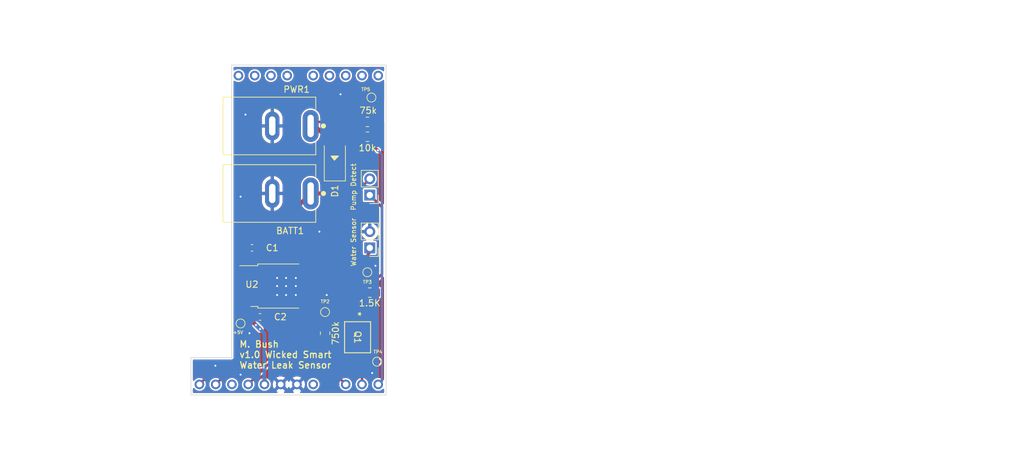
<source format=kicad_pcb>
(kicad_pcb (version 20221018) (generator pcbnew)
  (layers (0 "F.Cu" signal) (31 "B.Cu" signal) (34 "B.Paste" user) (35 "F.Paste" user) (36 "B.SilkS" user "B.Silkscreen") (37 "F.SilkS" user "F.Silkscreen") (38 "B.Mask" user) (39 "F.Mask" user) (44 "Edge.Cuts" user))
  (net 0 "")
  (net 1 "Net-(R1-Pad1)")
  (net 2 "Net-(U1-P2_P0.14_VCOM2_RTS)")
  (net 4 "+BATT")
  (net 8 "GND")
  (net 9 "+12V")
  (net 10 "Net-(PD1-Pin_1)")
  (net 11 "Net-(PD1-Pin_2)")
  (net 12 "Net-(Q1-Pad1)")
  (net 13 "PumpDetect")
  (net 14 "PowerDetect")
  (net 15 "+5V")
  (footprint "Package_TO_SOT_SMD:TO-252-2" (layer "F.Cu") (at 117.89 88.52)
    (fp_text reference "U2" (at -4.225 -0.255) (layer "F.SilkS"))
    (fp_text value "BD50FC0FP")
    (fp_line (start -3.31 -3.45) (end -3.31 -3.18) (stroke (width 0.12)) (layer "F.SilkS"))
    (fp_line (start -3.31 -3.18) (end -6.14 -3.18) (stroke (width 0.12)) (layer "F.SilkS"))
    (fp_line (start -3.31 3.18) (end -4.41 3.18) (stroke (width 0.12)) (layer "F.SilkS"))
    (fp_line (start -3.31 3.45) (end -3.31 3.18) (stroke (width 0.12)) (layer "F.SilkS"))
    (fp_line (start 3.11 -3.45) (end -3.31 -3.45) (stroke (width 0.12)) (layer "F.SilkS"))
    (fp_line (start 3.11 3.45) (end -3.31 3.45) (stroke (width 0.12)) (layer "F.SilkS"))
    (pad "1" smd roundrect (at -5.04 -2.28) (size 2.2 1.2) (layers "F.Cu" "F.Paste" "F.Mask") (roundrect_rratio 0.208333) (net 4 "+BATT"))
    (pad "2" smd roundrect (at -0.415 -1.525) (size 3.05 2.75) (layers "F.Cu" "F.Paste") (roundrect_rratio 0.090909) (net 8 "GND"))
    (pad "2" smd roundrect (at -0.415 1.525) (size 3.05 2.75) (layers "F.Cu" "F.Paste") (roundrect_rratio 0.090909) (net 8 "GND"))
    (pad "2" smd roundrect (at 1.26 0) (size 6.4 5.8) (layers "F.Cu" "F.Mask") (roundrect_rratio 0.043103) (net 8 "GND"))
    (pad "2" smd roundrect (at 2.935 -1.525) (size 3.05 2.75) (layers "F.Cu" "F.Paste") (roundrect_rratio 0.090909) (net 8 "GND"))
    (pad "2" smd roundrect (at 2.935 1.525) (size 3.05 2.75) (layers "F.Cu" "F.Paste") (roundrect_rratio 0.090909) (net 8 "GND"))
    (pad "3" smd roundrect (at -5.04 2.28) (size 2.2 1.2) (layers "F.Cu" "F.Paste" "F.Mask") (roundrect_rratio 0.208333) (net 15 "+5V"))
  )
  (footprint "Resistor_SMD:R_0805_2012Metric_Pad1.20x1.40mm_HandSolder" (layer "F.Cu") (at 131.715 62.865)
    (fp_text reference "R2" hide)
    (fp_text value "75k" (at 0.111 -1.778) (layer "F.SilkS"))
    (fp_line (start -0.227064 -0.735) (end 0.227064 -0.735) (stroke (width 0.12)) (layer "F.SilkS"))
    (fp_line (start -0.227064 0.735) (end 0.227064 0.735) (stroke (width 0.12)) (layer "F.SilkS"))
    (pad "1" smd roundrect (at -1 0) (size 1.2 1.4) (layers "F.Cu" "F.Paste" "F.Mask") (roundrect_rratio 0.208333) (net 9 "+12V"))
    (pad "2" smd roundrect (at 1 0) (size 1.2 1.4) (layers "F.Cu" "F.Paste" "F.Mask") (roundrect_rratio 0.208333) (net 14 "PowerDetect"))
  )
  (footprint "TestPoint:TestPoint_Pad_D1.0mm" (layer "F.Cu") (at 131.699 86.36)
    (fp_text reference "TP3" (at 0 1.524) (layer "F.SilkS") (effects (font (size 0.508 0.508) (thickness 0.1016) bold)))
    (fp_text value "TestPoint")
    (fp_circle (center 0 0) (end 0 0.7) (stroke (width 0.12)) (fill none) (layer "F.SilkS"))
    (pad "1" smd circle (at 0 0) (size 1 1) (layers "F.Cu" "F.Mask") (net 10 "Net-(PD1-Pin_1)"))
  )
  (footprint "footprints:WL-OCPT_SOP4_WRE" (layer "F.Cu") (at 130.175 96.52 -90)
    (fp_text reference "Q1" (at 0 0 -90 unlocked) (layer "F.SilkS"))
    (fp_text value "140357145200")
    (fp_text user "*" (at -3.6449 0 -90 unlocked) (layer "F.SilkS"))
    (fp_line (start -2.4257 -2.032) (end -2.4257 2.032) (stroke (width 0.1524)) (layer "F.SilkS"))
    (fp_line (start -2.4257 2.032) (end 2.4257 2.032) (stroke (width 0.1524)) (layer "F.SilkS"))
    (fp_line (start 2.4257 -2.032) (end -2.4257 -2.032) (stroke (width 0.1524)) (layer "F.SilkS"))
    (fp_line (start 2.4257 2.032) (end 2.4257 -2.032) (stroke (width 0.1524)) (layer "F.SilkS"))
    (pad "1" smd rect (at -3.3909 -1.27 270) (size 1.2192 0.4572) (layers "F.Cu" "F.Paste" "F.Mask") (net 12 "Net-(Q1-Pad1)"))
    (pad "2" smd rect (at -3.3909 1.27 270) (size 1.2192 0.4572) (layers "F.Cu" "F.Paste" "F.Mask") (net 11 "Net-(PD1-Pin_2)"))
    (pad "3" smd rect (at 3.3909 1.27 270) (size 1.2192 0.4572) (layers "F.Cu" "F.Paste" "F.Mask") (net 8 "GND"))
    (pad "4" smd rect (at 3.3909 -1.27 270) (size 1.2192 0.4572) (layers "F.Cu" "F.Paste" "F.Mask") (net 13 "PumpDetect"))
  )
  (footprint "NRF9160-DK:MODULE_NRF9160-DK" (layer "F.Cu") (at 77.5208 48.007)
    (fp_text reference "U1" hide)
    (fp_text value "NRF9160-DK" hide)
    (pad "P1_1" thru_hole circle (at 27.94 55.879) (size 1.5 1.5) (drill 0.9) (layers "*.Cu" "*.Mask") (net 1 "Net-(R1-Pad1)"))
    (pad "P1_2" thru_hole circle (at 30.48 55.879) (size 1.5 1.5) (drill 0.9) (layers "*.Cu" "*.Mask") (net 1 "Net-(R1-Pad1)"))
    (pad "P1_3" thru_hole circle (at 33.02 55.879) (size 1.5 1.5) (drill 0.9) (layers "*.Cu" "*.Mask"))
    (pad "P1_4" thru_hole circle (at 35.56 55.879) (size 1.5 1.5) (drill 0.9) (layers "*.Cu" "*.Mask") (net 1 "Net-(R1-Pad1)"))
    (pad "P1_5" thru_hole circle (at 38.1 55.879) (size 1.5 1.5) (drill 0.9) (layers "*.Cu" "*.Mask") (net 15 "+5V"))
    (pad "P1_6" thru_hole circle (at 40.64 55.879) (size 1.5 1.5) (drill 0.9) (layers "*.Cu" "*.Mask") (net 8 "GND"))
    (pad "P1_7" thru_hole circle (at 43.18 55.879) (size 1.5 1.5) (drill 0.9) (layers "*.Cu" "*.Mask") (net 8 "GND"))
    (pad "P1_8" thru_hole circle (at 45.72 55.879) (size 1.5 1.5) (drill 0.9) (layers "*.Cu" "*.Mask"))
    (pad "P2_1" thru_hole circle (at 50.8 55.879) (size 1.5 1.5) (drill 0.9) (layers "*.Cu" "*.Mask") (net 2 "Net-(U1-P2_P0.14_VCOM2_RTS)"))
    (pad "P2_2" thru_hole circle (at 53.34 55.879) (size 1.5 1.5) (drill 0.9) (layers "*.Cu" "*.Mask") (net 13 "PumpDetect"))
    (pad "P2_3" thru_hole circle (at 55.88 55.879) (size 1.5 1.5) (drill 0.9) (layers "*.Cu" "*.Mask") (net 14 "PowerDetect"))
    (pad "P3_4" thru_hole circle (at 55.88 7.619) (size 1.5 1.5) (drill 0.9) (layers "*.Cu" "*.Mask"))
    (pad "P3_5" thru_hole circle (at 53.34 7.619) (size 1.5 1.5) (drill 0.9) (layers "*.Cu" "*.Mask"))
    (pad "P3_6" thru_hole circle (at 50.8 7.619) (size 1.5 1.5) (drill 0.9) (layers "*.Cu" "*.Mask"))
    (pad "P3_7" thru_hole circle (at 48.26 7.619) (size 1.5 1.5) (drill 0.9) (layers "*.Cu" "*.Mask"))
    (pad "P3_8" thru_hole circle (at 45.72 7.619) (size 1.5 1.5) (drill 0.9) (layers "*.Cu" "*.Mask"))
    (pad "P4_1" thru_hole circle (at 41.656 7.619) (size 1.5 1.5) (drill 0.9) (layers "*.Cu" "*.Mask"))
    (pad "P4_2" thru_hole circle (at 39.116 7.619) (size 1.5 1.5) (drill 0.9) (layers "*.Cu" "*.Mask"))
    (pad "P4_3" thru_hole circle (at 36.576 7.619) (size 1.5 1.5) (drill 0.9) (layers "*.Cu" "*.Mask"))
    (pad "P4_4" thru_hole circle (at 34.036 7.619) (size 1.5 1.5) (drill 0.9) (layers "*.Cu" "*.Mask"))
  )
  (footprint "TestPoint:TestPoint_Pad_D1.0mm" (layer "F.Cu") (at 111.887 94.361)
    (fp_text reference "TP1" hide)
    (fp_text value "TestPoint")
    (fp_text user "+5V" (at -0.381 1.397 unlocked) (layer "F.SilkS") (effects (font (size 0.508 0.508) (thickness 0.1016) bold)))
    (fp_circle (center 0 0) (end 0 0.7) (stroke (width 0.12)) (fill none) (layer "F.SilkS"))
    (pad "1" smd circle (at 0 0) (size 1 1) (layers "F.Cu" "F.Mask") (net 15 "+5V"))
  )
  (footprint "PJ-037A:CUI_PJ-037A" (layer "F.Cu") (at 122.84 74.05 180)
    (fp_text reference "BATT1" (at 3.206 -5.833) (layer "F.SilkS") (effects (font (size 1.000913 1.000913))))
    (fp_text value "PJ-037A")
    (fp_line (start -0.8 -4.5) (end 13.7 -4.5) (stroke (width 0.127)) (layer "F.SilkS"))
    (fp_line (start -0.8 -2.55) (end -0.8 -4.5) (stroke (width 0.127)) (layer "F.SilkS"))
    (fp_line (start -0.8 4.5) (end -0.8 2.65) (stroke (width 0.127)) (layer "F.SilkS"))
    (fp_line (start 13.7 -4.5) (end 13.7 4.5) (stroke (width 0.127)) (layer "F.SilkS"))
    (fp_line (start 13.7 4.5) (end -0.8 4.5) (stroke (width 0.127)) (layer "F.SilkS"))
    (fp_circle (center -2 0) (end -1.8 0) (stroke (width 0.4)) (fill none) (layer "F.SilkS"))
    (pad "1" thru_hole oval (at 0 0 180) (size 2.5 5) (drill oval 1 3.5) (layers "*.Cu" "*.Mask") (net 4 "+BATT"))
    (pad "2" thru_hole oval (at 6 0 180) (size 2.25 4.5) (drill oval 1 3) (layers "*.Cu" "*.Mask") (net 8 "GND"))
  )
  (footprint "Diode_SMD:D_SMA" (layer "F.Cu") (at 126.619 68.58 90)
    (fp_text reference "D1" (at -5.08 0 90) (layer "F.SilkS"))
    (fp_text value "US1G")
    (fp_line (start -3.51 -1.65) (end -3.51 1.65) (stroke (width 0.12)) (layer "F.SilkS"))
    (fp_line (start -3.51 -1.65) (end 2 -1.65) (stroke (width 0.12)) (layer "F.SilkS"))
    (fp_line (start -3.51 1.65) (end 2 1.65) (stroke (width 0.12)) (layer "F.SilkS"))
    (pad "1" smd roundrect (at -2 0 90) (size 2.5 1.8) (layers "F.Cu" "F.Paste" "F.Mask") (roundrect_rratio 0.1388888889) (net 4 "+BATT"))
    (pad "2" smd roundrect (at 2 0 90) (size 2.5 1.8) (layers "F.Cu" "F.Paste" "F.Mask") (roundrect_rratio 0.1388888889) (net 9 "+12V"))
  )
  (footprint "TestPoint:TestPoint_Pad_D1.0mm" (layer "F.Cu") (at 125.095 92.583)
    (fp_text reference "TP2" (at 0 -1.645) (layer "F.SilkS") (effects (font (size 0.508 0.508) (thickness 0.1016) bold)))
    (fp_text value "TestPoint")
    (fp_circle (center 0 0) (end 0 0.7) (stroke (width 0.12)) (fill none) (layer "F.SilkS"))
    (pad "1" smd circle (at 0 0) (size 1 1) (layers "F.Cu" "F.Mask") (net 2 "Net-(U1-P2_P0.14_VCOM2_RTS)"))
  )
  (footprint "TestPoint:TestPoint_Pad_D1.0mm" (layer "F.Cu") (at 132.334 59.055)
    (fp_text reference "TP5" (at -0.889 -1.27) (layer "F.SilkS") (effects (font (size 0.508 0.508) (thickness 0.1016) bold)))
    (fp_text value "TestPoint")
    (fp_circle (center 0 0) (end 0 0.7) (stroke (width 0.12)) (fill none) (layer "F.SilkS"))
    (pad "1" smd circle (at 0 0) (size 1 1) (layers "F.Cu" "F.Mask") (net 14 "PowerDetect"))
  )
  (footprint "Resistor_SMD:R_0805_2012Metric_Pad1.20x1.40mm_HandSolder" (layer "F.Cu") (at 132.08 89.535)
    (fp_text reference "R4" hide)
    (fp_text value "1.5K" (at 0 1.65) (layer "F.SilkS"))
    (fp_line (start -0.227064 -0.735) (end 0.227064 -0.735) (stroke (width 0.12)) (layer "F.SilkS"))
    (fp_line (start -0.227064 0.735) (end 0.227064 0.735) (stroke (width 0.12)) (layer "F.SilkS"))
    (pad "1" smd roundrect (at -1 0) (size 1.2 1.4) (layers "F.Cu" "F.Paste" "F.Mask") (roundrect_rratio 0.208333) (net 10 "Net-(PD1-Pin_1)"))
    (pad "2" smd roundrect (at 1 0) (size 1.2 1.4) (layers "F.Cu" "F.Paste" "F.Mask") (roundrect_rratio 0.208333) (net 12 "Net-(Q1-Pad1)"))
  )
  (footprint "Capacitor_SMD:C_0603_1608Metric_Pad1.08x0.95mm_HandSolder" (layer "F.Cu") (at 114.935 93.345)
    (fp_text reference "C2" (at 3.175 0) (layer "F.SilkS"))
    (fp_text value "1uF")
    (fp_line (start -0.146267 -0.51) (end 0.146267 -0.51) (stroke (width 0.12)) (layer "F.SilkS"))
    (fp_line (start -0.146267 0.51) (end 0.146267 0.51) (stroke (width 0.12)) (layer "F.SilkS"))
    (pad "1" smd roundrect (at -0.8625 0) (size 1.075 0.95) (layers "F.Cu" "F.Paste" "F.Mask") (net 15 "+5V"))
    (pad "2" smd roundrect (at 0.8625 0) (size 1.075 0.95) (layers "F.Cu" "F.Paste" "F.Mask") (net 8 "GND"))
  )
  (footprint "Connector_PinHeader_2.54mm:PinHeader_1x02_P2.54mm_Vertical" (layer "F.Cu") (at 132.08 82.55 180)
    (fp_text reference "WS1" hide)
    (fp_text value "Conn_01x02" hide)
    (fp_text user "Water Sensor" (at 2.54 0.889 90 unlocked) (layer "F.SilkS") (effects (font (size 0.762 0.762) (thickness 0.127) bold)))
    (fp_line (start -1.33 -1.33) (end 0 -1.33) (stroke (width 0.12)) (layer "F.SilkS"))
    (fp_line (start -1.33 0) (end -1.33 -1.33) (stroke (width 0.12)) (layer "F.SilkS"))
    (fp_line (start -1.33 1.27) (end -1.33 3.87) (stroke (width 0.12)) (layer "F.SilkS"))
    (fp_line (start -1.33 1.27) (end 1.33 1.27) (stroke (width 0.12)) (layer "F.SilkS"))
    (fp_line (start -1.33 3.87) (end 1.33 3.87) (stroke (width 0.12)) (layer "F.SilkS"))
    (fp_line (start 1.33 1.27) (end 1.33 3.87) (stroke (width 0.12)) (layer "F.SilkS"))
    (pad "1" thru_hole rect (at 0 0 180) (size 1.7 1.7) (drill 1) (layers "*.Cu" "*.Mask") (net 2 "Net-(U1-P2_P0.14_VCOM2_RTS)"))
    (pad "2" thru_hole oval (at 0 2.54 180) (size 1.7 1.7) (drill 1) (layers "*.Cu" "*.Mask") (net 8 "GND"))
  )
  (footprint "Capacitor_SMD:C_0603_1608Metric_Pad1.08x0.95mm_HandSolder" (layer "F.Cu") (at 113.665 82.55)
    (fp_text reference "C1" (at 3.175 0) (layer "F.SilkS"))
    (fp_text value "1uF")
    (fp_line (start -0.146267 -0.51) (end 0.146267 -0.51) (stroke (width 0.12)) (layer "F.SilkS"))
    (fp_line (start -0.146267 0.51) (end 0.146267 0.51) (stroke (width 0.12)) (layer "F.SilkS"))
    (pad "1" smd roundrect (at -0.8625 0) (size 1.075 0.95) (layers "F.Cu" "F.Paste" "F.Mask") (net 4 "+BATT"))
    (pad "2" smd roundrect (at 0.8625 0) (size 1.075 0.95) (layers "F.Cu" "F.Paste" "F.Mask") (net 8 "GND"))
  )
  (footprint "Resistor_SMD:R_0805_2012Metric_Pad1.20x1.40mm_HandSolder" (layer "F.Cu") (at 125.095 95.885 90)
    (fp_text reference "R1" hide)
    (fp_text value "750k" (at 0 1.65 90) (layer "F.SilkS"))
    (fp_line (start -0.227064 -0.735) (end 0.227064 -0.735) (stroke (width 0.12)) (layer "F.SilkS"))
    (fp_line (start -0.227064 0.735) (end 0.227064 0.735) (stroke (width 0.12)) (layer "F.SilkS"))
    (pad "1" smd roundrect (at -1 0 90) (size 1.2 1.4) (layers "F.Cu" "F.Paste" "F.Mask") (roundrect_rratio 0.2083333333) (net 1 "Net-(R1-Pad1)"))
    (pad "2" smd roundrect (at 1 0 90) (size 1.2 1.4) (layers "F.Cu" "F.Paste" "F.Mask") (roundrect_rratio 0.2083333333) (net 2 "Net-(U1-P2_P0.14_VCOM2_RTS)"))
  )
  (footprint "PJ-037A:CUI_PJ-037A" (layer "F.Cu") (at 122.84 63.5 180)
    (fp_text reference "PWR1" (at 2.19 5.715 180) (layer "F.SilkS") (effects (font (size 1.000913 1.000913))))
    (fp_text value "PJ-037A")
    (fp_line (start -0.8 -4.5) (end 13.7 -4.5) (stroke (width 0.127)) (layer "F.SilkS"))
    (fp_line (start -0.8 -2.55) (end -0.8 -4.5) (stroke (width 0.127)) (layer "F.SilkS"))
    (fp_line (start -0.8 4.5) (end -0.8 2.65) (stroke (width 0.127)) (layer "F.SilkS"))
    (fp_line (start 13.7 -4.5) (end 13.7 4.5) (stroke (width 0.127)) (layer "F.SilkS"))
    (fp_line (start 13.7 4.5) (end -0.8 4.5) (stroke (width 0.127)) (layer "F.SilkS"))
    (fp_circle (center -2 0) (end -1.8 0) (stroke (width 0.4)) (fill none) (layer "F.SilkS"))
    (pad "1" thru_hole oval (at 0 0 180) (size 2.5 5) (drill oval 1 3.5) (layers "*.Cu" "*.Mask") (net 9 "+12V"))
    (pad "2" thru_hole oval (at 6 0 180) (size 2.25 4.5) (drill oval 1 3) (layers "*.Cu" "*.Mask") (net 8 "GND"))
  )
  (footprint "TestPoint:TestPoint_Pad_D1.0mm" (layer "F.Cu") (at 133.223 100.33)
    (fp_text reference "TP4" (at 0.127 -1.524) (layer "F.SilkS") (effects (font (size 0.508 0.508) (thickness 0.1016) bold)))
    (fp_text value "TestPoint")
    (fp_circle (center 0 0) (end 0 0.7) (stroke (width 0.12)) (fill none) (layer "F.SilkS"))
    (pad "1" smd circle (at 0 0) (size 1 1) (layers "F.Cu" "F.Mask") (net 13 "PumpDetect"))
  )
  (footprint "Resistor_SMD:R_0805_2012Metric_Pad1.20x1.40mm_HandSolder" (layer "F.Cu") (at 131.715 65.18 180)
    (fp_text reference "R3" hide)
    (fp_text value "10k" (at 0 -1.749) (layer "F.SilkS"))
    (fp_line (start -0.227064 -0.735) (end 0.227064 -0.735) (stroke (width 0.12)) (layer "F.SilkS"))
    (fp_line (start -0.227064 0.735) (end 0.227064 0.735) (stroke (width 0.12)) (layer "F.SilkS"))
    (pad "1" smd roundrect (at -1 0 180) (size 1.2 1.4) (layers "F.Cu" "F.Paste" "F.Mask") (roundrect_rratio 0.208333) (net 14 "PowerDetect"))
    (pad "2" smd roundrect (at 1 0 180) (size 1.2 1.4) (layers "F.Cu" "F.Paste" "F.Mask") (roundrect_rratio 0.208333) (net 8 "GND"))
  )
  (footprint "Connector_PinHeader_2.54mm:PinHeader_1x02_P2.54mm_Vertical" (layer "F.Cu") (at 132.08 74.3 180)
    (fp_text reference "PD1" hide)
    (fp_text value "Conn_01x02")
    (fp_text user "Pump Detect" (at 2.54 1.275 90 unlocked) (layer "F.SilkS") (effects (font (size 0.762 0.762) (thickness 0.127) bold)))
    (fp_line (start -1.33 -1.33) (end 0 -1.33) (stroke (width 0.12)) (layer "F.SilkS"))
    (fp_line (start -1.33 0) (end -1.33 -1.33) (stroke (width 0.12)) (layer "F.SilkS"))
    (fp_line (start -1.33 1.27) (end -1.33 3.87) (stroke (width 0.12)) (layer "F.SilkS"))
    (fp_line (start -1.33 1.27) (end 1.33 1.27) (stroke (width 0.12)) (layer "F.SilkS"))
    (fp_line (start -1.33 3.87) (end 1.33 3.87) (stroke (width 0.12)) (layer "F.SilkS"))
    (fp_line (start 1.33 1.27) (end 1.33 3.87) (stroke (width 0.12)) (layer "F.SilkS"))
    (pad "1" thru_hole rect (at 0 0 180) (size 1.7 1.7) (drill 1) (layers "*.Cu" "*.Mask") (net 10 "Net-(PD1-Pin_1)"))
    (pad "2" thru_hole oval (at 0 2.54 180) (size 1.7 1.7) (drill 1) (layers "*.Cu" "*.Mask") (net 11 "Net-(PD1-Pin_2)"))
  )
  (gr_poly (pts (xy 126.042854 68.199) (xy 127.185854 68.199) (xy 126.550854 68.834)) (stroke (width 0.15)) (fill solid) (layer "F.SilkS"))
  (gr_poly (pts (xy 104.14 105.537) (xy 134.62 105.537) (xy 134.62 53.975) (xy 110.49 53.975) (xy 110.49 99.695) (xy 104.14 99.695)) (stroke (width 0.1)) (fill none) (layer "Edge.Cuts"))
  (gr_text "M. Bush\nv1.0 Wicked Smart \nWater Leak Sensor " (at 111.633 101.473) (layer "F.SilkS") (effects (font (size 1.016 1.016) (thickness 0.1778) bold) (justify left bottom)))
  (segment (start 110.49 101.6) (end 115.3668 101.6) (width 0.381) (layer "F.Cu") (net 1))
  (segment (start 109.855 102.235) (end 110.49 101.6) (width 0.381) (layer "F.Cu") (net 1))
  (segment (start 108.0008 103.886) (end 109.6518 102.235) (width 0.381) (layer "F.Cu") (net 1))
  (segment (start 105.4608 103.886) (end 107.1118 102.235) (width 0.381) (layer "F.Cu") (net 1))
  (segment (start 125.095 99.06) (end 124.46 99.695) (width 0.381) (layer "F.Cu") (net 1))
  (segment (start 125.095 96.885) (end 125.095 99.06) (width 0.381) (layer "F.Cu") (net 1))
  (segment (start 115.4684 101.4984) (end 113.0808 103.886) (width 0.381) (layer "F.Cu") (net 1))
  (segment (start 124.46 99.695) (end 117.2718 99.695) (width 0.381) (layer "F.Cu") (net 1))
  (segment (start 107.1118 102.235) (end 109.855 102.235) (width 0.381) (layer "F.Cu") (net 1))
  (segment (start 115.3668 101.6) (end 115.4684 101.4984) (width 0.381) (layer "F.Cu") (net 1))
  (segment (start 109.6518 102.235) (end 109.855 102.235) (width 0.381) (layer "F.Cu") (net 1))
  (segment (start 117.2718 99.695) (end 115.4684 101.4984) (width 0.381) (layer "F.Cu") (net 1))
  (segment (start 127 102.5652) (end 127 95.885) (width 0.381) (layer "F.Cu") (net 2))
  (segment (start 126.635 94.885) (end 125.095 94.885) (width 0.381) (layer "F.Cu") (net 2))
  (segment (start 130.175 94.615) (end 129.54 95.25) (width 0.381) (layer "F.Cu") (net 2))
  (segment (start 127 95.885) (end 127.635 95.25) (width 0.381) (layer "F.Cu") (net 2))
  (segment (start 127 95.25) (end 126.635 94.885) (width 0.381) (layer "F.Cu") (net 2))
  (segment (start 130.175 91.44) (end 130.175 94.615) (width 0.381) (layer "F.Cu") (net 2))
  (segment (start 132.08 83.312) (end 129.54 85.852) (width 0.381) (layer "F.Cu") (net 2))
  (segment (start 132.08 82.55) (end 132.08 83.312) (width 0.381) (layer "F.Cu") (net 2))
  (segment (start 127.635 95.25) (end 127 95.25) (width 0.381) (layer "F.Cu") (net 2))
  (segment (start 128.3208 103.886) (end 127 102.5652) (width 0.381) (layer "F.Cu") (net 2))
  (segment (start 129.54 90.805) (end 130.175 91.44) (width 0.381) (layer "F.Cu") (net 2))
  (segment (start 129.54 85.852) (end 129.54 90.805) (width 0.381) (layer "F.Cu") (net 2))
  (segment (start 129.54 95.25) (end 127.635 95.25) (width 0.381) (layer "F.Cu") (net 2))
  (segment (start 113.665 80.01) (end 112.8025 80.8725) (width 0.635) (layer "F.Cu") (net 4))
  (segment (start 125.086 74.05) (end 122.84 74.05) (width 0.635) (layer "F.Cu") (net 4))
  (segment (start 126.619 72.517) (end 125.086 74.05) (width 0.635) (layer "F.Cu") (net 4))
  (segment (start 122.84 74.05) (end 116.88 80.01) (width 0.635) (layer "F.Cu") (net 4))
  (segment (start 126.619 70.58) (end 126.619 72.517) (width 0.635) (layer "F.Cu") (net 4))
  (segment (start 112.85 82.5975) (end 112.8025 82.55) (width 0.635) (layer "F.Cu") (net 4))
  (segment (start 112.85 86.24) (end 112.85 82.5975) (width 0.635) (layer "F.Cu") (net 4))
  (segment (start 112.8025 80.8725) (end 112.8025 82.55) (width 0.635) (layer "F.Cu") (net 4))
  (segment (start 116.88 80.01) (end 113.665 80.01) (width 0.635) (layer "F.Cu") (net 4))
  (via (at 113.284 95.885) (size 0.5) (drill 0.3) (layers "F.Cu" "B.Cu") (net 8))
  (via (at 118.999 89.916) (size 0.5) (drill 0.3) (layers "F.Cu" "B.Cu") (net 8))
  (via (at 117.602 87.249) (size 0.5) (drill 0.3) (layers "F.Cu" "B.Cu") (net 8))
  (via (at 117.602 89.916) (size 0.5) (drill 0.3) (layers "F.Cu" "B.Cu") (net 8))
  (via (at 117.602 88.519) (size 0.5) (drill 0.3) (layers "F.Cu" "B.Cu") (net 8))
  (via (at 120.523 87.249) (size 0.5) (drill 0.3) (layers "F.Cu" "B.Cu") (net 8))
  (via (at 132.969 85.344) (size 0.5) (drill 0.3) (layers "F.Cu" "B.Cu") (net 8))
  (via (at 125.349 89.916) (size 0.5) (drill 0.3) (layers "F.Cu" "B.Cu") (net 8))
  (via (at 118.999 87.249) (size 0.5) (drill 0.3) (layers "F.Cu" "B.Cu") (net 8))
  (via (at 120.523 88.519) (size 0.5) (drill 0.3) (layers "F.Cu" "B.Cu") (net 8))
  (via (at 111.887 102.362) (size 0.5) (drill 0.3) (layers "F.Cu" "B.Cu") (net 8))
  (via (at 107.95 100.965) (size 0.5) (drill 0.3) (layers "F.Cu" "B.Cu") (net 8))
  (via (at 111.887 74.549) (size 0.5) (drill 0.3) (layers "F.Cu" "B.Cu") (net 8))
  (via (at 118.999 88.519) (size 0.5) (drill 0.3) (layers "F.Cu" "B.Cu") (net 8))
  (via (at 132.461 102.108) (size 0.5) (drill 0.3) (layers "F.Cu" "B.Cu") (net 8))
  (via (at 124.206 80.01) (size 0.5) (drill 0.3) (layers "F.Cu" "B.Cu") (net 8))
  (via (at 120.523 89.916) (size 0.5) (drill 0.3) (layers "F.Cu" "B.Cu") (net 8))
  (via (at 112.649 61.722) (size 0.5) (drill 0.3) (layers "F.Cu" "B.Cu") (net 8))
  (via (at 127.508 58.547) (size 0.5) (drill 0.3) (layers "F.Cu" "B.Cu") (net 8))
  (segment (start 123.475 62.865) (end 122.84 63.5) (width 0.381) (layer "F.Cu") (net 9))
  (segment (start 123.539 63.5) (end 126.619 66.58) (width 0.635) (layer "F.Cu") (net 9))
  (segment (start 122.84 63.5) (end 123.539 63.5) (width 0.635) (layer "F.Cu") (net 9))
  (segment (start 130.715 62.865) (end 123.475 62.865) (width 0.381) (layer "F.Cu") (net 9))
  (segment (start 131.318 88.138) (end 132.461 88.138) (width 0.381) (layer "F.Cu") (net 10))
  (segment (start 131.08 89.535) (end 131.08 88.376) (width 0.381) (layer "F.Cu") (net 10))
  (segment (start 132.461 88.138) (end 133.985 86.614) (width 0.381) (layer "F.Cu") (net 10))
  (segment (start 131.08 88.376) (end 131.318 88.138) (width 0.381) (layer "F.Cu") (net 10))
  (segment (start 133.985 86.614) (end 133.985 76.205) (width 0.381) (layer "F.Cu") (net 10))
  (segment (start 133.985 76.205) (end 132.08 74.3) (width 0.381) (layer "F.Cu") (net 10))
  (segment (start 128.27 75.57) (end 128.27 92.4941) (width 0.381) (layer "F.Cu") (net 11))
  (segment (start 128.27 92.4941) (end 128.905 93.1291) (width 0.381) (layer "F.Cu") (net 11))
  (segment (start 132.08 71.76) (end 128.27 75.57) (width 0.381) (layer "F.Cu") (net 11))
  (segment (start 133.08 89.535) (end 133.08 90.44) (width 0.381) (layer "F.Cu") (net 12))
  (segment (start 133.08 90.44) (end 131.445 92.075) (width 0.381) (layer "F.Cu") (net 12))
  (segment (start 131.445 92.075) (end 131.445 93.1291) (width 0.381) (layer "F.Cu") (net 12))
  (segment (start 130.8608 102.1842) (end 131.445 101.6) (width 0.381) (layer "F.Cu") (net 13))
  (segment (start 130.8608 103.886) (end 130.8608 102.1842) (width 0.381) (layer "F.Cu") (net 13))
  (segment (start 132.334 100.33) (end 131.445 101.219) (width 0.25) (layer "F.Cu") (net 13))
  (segment (start 131.445 101.219) (end 131.445 99.9109) (width 0.381) (layer "F.Cu") (net 13))
  (segment (start 131.445 101.6) (end 131.445 101.219) (width 0.381) (layer "F.Cu") (net 13))
  (segment (start 133.223 100.33) (end 132.334 100.33) (width 0.25) (layer "F.Cu") (net 13))
  (segment (start 134.112 62.23) (end 133.477 62.865) (width 0.25) (layer "F.Cu") (net 14))
  (segment (start 133.477 62.865) (end 132.715 62.865) (width 0.25) (layer "F.Cu") (net 14))
  (segment (start 134.112 60.198) (end 134.112 62.23) (width 0.25) (layer "F.Cu") (net 14))
  (segment (start 132.969 59.055) (end 134.112 60.198) (width 0.25) (layer "F.Cu") (net 14))
  (segment (start 132.715 62.865) (end 132.715 65.18) (width 0.381) (layer "F.Cu") (net 14))
  (segment (start 133.35 67.31) (end 132.715 66.675) (width 0.381) (layer "F.Cu") (net 14))
  (segment (start 132.715 66.675) (end 132.715 65.18) (width 0.381) (layer "F.Cu") (net 14))
  (segment (start 132.334 59.055) (end 132.969 59.055) (width 0.25) (layer "F.Cu") (net 14))
  (via (at 133.35 67.31) (size 0.5) (drill 0.3) (layers "F.Cu" "B.Cu") (net 14))
  (segment (start 133.4008 103.886) (end 133.985 103.3018) (width 0.381) (layer "B.Cu") (net 14))
  (segment (start 133.985 103.3018) (end 133.985 67.945) (width 0.381) (layer "B.Cu") (net 14))
  (segment (start 133.985 67.945) (end 133.35 67.31) (width 0.381) (layer "B.Cu") (net 14))
  (segment (start 114.935 95.25) (end 113.03 93.345) (width 0.635) (layer "F.Cu") (net 15))
  (segment (start 111.887 94.361) (end 112.903 93.345) (width 0.25) (layer "F.Cu") (net 15))
  (segment (start 113.03 93.345) (end 113.03 92.075) (width 0.635) (layer "F.Cu") (net 15))
  (segment (start 112.903 93.345) (end 113.03 93.345) (width 0.25) (layer "F.Cu") (net 15))
  (segment (start 114.0725 93.345) (end 113.03 93.345) (width 0.635) (layer "F.Cu") (net 15))
  (segment (start 113.03 92.075) (end 112.85 91.895) (width 0.635) (layer "F.Cu") (net 15))
  (segment (start 112.85 91.895) (end 112.85 90.8) (width 0.635) (layer "F.Cu") (net 15))
  (via (at 114.935 95.25) (size 0.5) (drill 0.3) (layers "F.Cu" "B.Cu") (net 15))
  (via (at 114.3 94.615) (size 0.5) (drill 0.3) (layers "F.Cu" "B.Cu") (net 15))
  (segment (start 115.6208 95.9358) (end 114.3 94.615) (width 0.635) (layer "B.Cu") (net 15))
  (segment (start 115.6208 103.886) (end 115.6208 95.9358) (width 0.635) (layer "B.Cu") (net 15))
  (zone (net 8) (net_name "GND") (layers "F&B.Cu") (connect_pads (clearance 0.254)) (min_thickness 0.25) (fill yes (thermal_gap 0.5) (thermal_bridge_width 0.5))
    (polygon (pts (xy 74.295 43.815) (xy 74.295 114.3) (xy 234.315 114.3) (xy 234.315 44.45)))
  )
)
</source>
